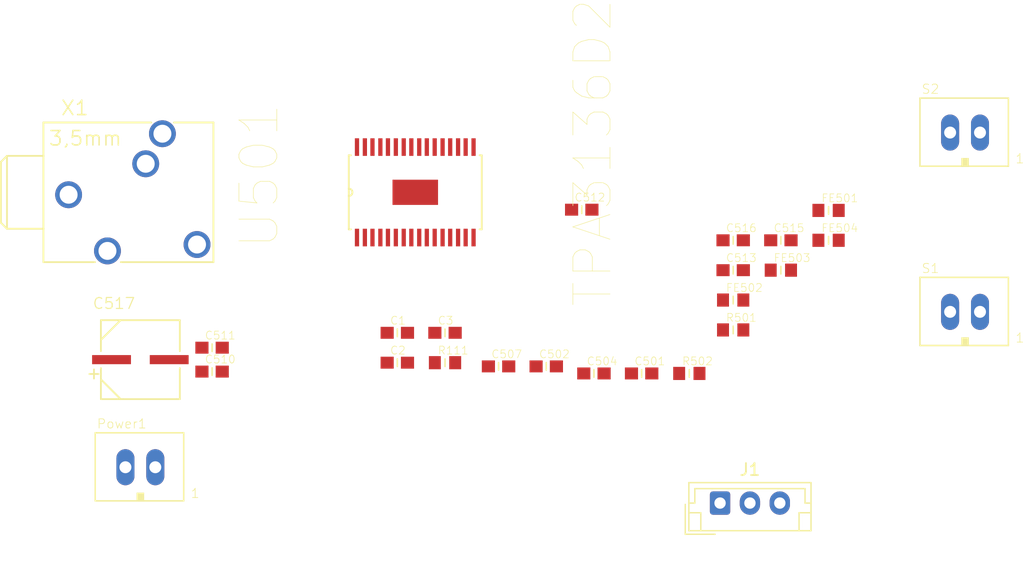
<source format=kicad_pcb>
(kicad_pcb (version 20171130) (host pcbnew "(6.0.0-rc1-dev-1027-g90233e5ec)")

  (general
    (thickness 1.6)
    (drawings 0)
    (tracks 0)
    (zones 0)
    (modules 27)
    (nets 23)
  )

  (page A4)
  (layers
    (0 F.Cu signal)
    (31 B.Cu signal)
    (32 B.Adhes user)
    (33 F.Adhes user)
    (34 B.Paste user)
    (35 F.Paste user)
    (36 B.SilkS user)
    (37 F.SilkS user)
    (38 B.Mask user)
    (39 F.Mask user)
    (40 Dwgs.User user)
    (41 Cmts.User user)
    (42 Eco1.User user)
    (43 Eco2.User user)
    (44 Edge.Cuts user)
    (45 Margin user)
    (46 B.CrtYd user)
    (47 F.CrtYd user)
    (48 B.Fab user)
    (49 F.Fab user)
  )

  (setup
    (last_trace_width 0.25)
    (trace_clearance 0.2)
    (zone_clearance 0.508)
    (zone_45_only no)
    (trace_min 0.2)
    (via_size 0.8)
    (via_drill 0.4)
    (via_min_size 0.4)
    (via_min_drill 0.3)
    (uvia_size 0.3)
    (uvia_drill 0.1)
    (uvias_allowed no)
    (uvia_min_size 0.2)
    (uvia_min_drill 0.1)
    (edge_width 0.1)
    (segment_width 0.2)
    (pcb_text_width 0.3)
    (pcb_text_size 1.5 1.5)
    (mod_edge_width 0.15)
    (mod_text_size 1 1)
    (mod_text_width 0.15)
    (pad_size 1.524 1.524)
    (pad_drill 0.762)
    (pad_to_mask_clearance 0)
    (solder_mask_min_width 0.25)
    (aux_axis_origin 0 0)
    (visible_elements 7FFFFFFF)
    (pcbplotparams
      (layerselection 0x010fc_ffffffff)
      (usegerberextensions false)
      (usegerberattributes false)
      (usegerberadvancedattributes false)
      (creategerberjobfile false)
      (excludeedgelayer true)
      (linewidth 0.100000)
      (plotframeref false)
      (viasonmask false)
      (mode 1)
      (useauxorigin false)
      (hpglpennumber 1)
      (hpglpenspeed 20)
      (hpglpendiameter 15.000000)
      (psnegative false)
      (psa4output false)
      (plotreference true)
      (plotvalue true)
      (plotinvisibletext false)
      (padsonsilk false)
      (subtractmaskfromsilk false)
      (outputformat 1)
      (mirror false)
      (drillshape 1)
      (scaleselection 1)
      (outputdirectory ""))
  )

  (net 0 "")
  (net 1 "Net-(C501-Pad2)")
  (net 2 /AUD_L)
  (net 3 "Net-(C502-Pad2)")
  (net 4 GND)
  (net 5 "Net-(C504-Pad2)")
  (net 6 /AUD_R)
  (net 7 /12V)
  (net 8 "Net-(C510-Pad2)")
  (net 9 "Net-(C510-Pad1)")
  (net 10 "Net-(C511-Pad2)")
  (net 11 "Net-(C511-Pad1)")
  (net 12 "Net-(C512-Pad2)")
  (net 13 "Net-(C512-Pad1)")
  (net 14 "Net-(C513-Pad2)")
  (net 15 "Net-(C513-Pad1)")
  (net 16 "Net-(FE501-Pad2)")
  (net 17 "Net-(FE502-Pad2)")
  (net 18 "Net-(FE503-Pad2)")
  (net 19 "Net-(FE504-Pad2)")
  (net 20 "Net-(J1-Pad2)")
  (net 21 "Net-(C1-Pad1)")
  (net 22 MUTE)

  (net_class Default "This is the default net class."
    (clearance 0.2)
    (trace_width 0.25)
    (via_dia 0.8)
    (via_drill 0.4)
    (uvia_dia 0.3)
    (uvia_drill 0.1)
    (add_net /12V)
    (add_net /AUD_L)
    (add_net /AUD_R)
    (add_net GND)
    (add_net MUTE)
    (add_net "Net-(C1-Pad1)")
    (add_net "Net-(C501-Pad2)")
    (add_net "Net-(C502-Pad2)")
    (add_net "Net-(C504-Pad2)")
    (add_net "Net-(C510-Pad1)")
    (add_net "Net-(C510-Pad2)")
    (add_net "Net-(C511-Pad1)")
    (add_net "Net-(C511-Pad2)")
    (add_net "Net-(C512-Pad1)")
    (add_net "Net-(C512-Pad2)")
    (add_net "Net-(C513-Pad1)")
    (add_net "Net-(C513-Pad2)")
    (add_net "Net-(FE501-Pad2)")
    (add_net "Net-(FE502-Pad2)")
    (add_net "Net-(FE503-Pad2)")
    (add_net "Net-(FE504-Pad2)")
    (add_net "Net-(J1-Pad2)")
  )

  (module amplifier:R0603 (layer F.Cu) (tedit 0) (tstamp 5C7DA455)
    (at 151.488401 94.254401)
    (descr <b>RESISTOR</b>)
    (path /5C83C1DF)
    (fp_text reference R111 (at -0.635 -0.635) (layer F.SilkS)
      (effects (font (size 0.665 0.665) (thickness 0.056)) (justify left bottom))
    )
    (fp_text value 100k (at -0.635 1.905) (layer F.Fab)
      (effects (font (size 0.665 0.665) (thickness 0.056)) (justify left bottom))
    )
    (fp_line (start 0 -0.3175) (end 0 0.3175) (layer F.SilkS) (width 0.127))
    (fp_poly (pts (xy -0.1999 0.4001) (xy 0.1999 0.4001) (xy 0.1999 -0.4001) (xy -0.1999 -0.4001)) (layer F.Adhes) (width 0))
    (fp_poly (pts (xy -0.8382 0.4318) (xy -0.4318 0.4318) (xy -0.4318 -0.4318) (xy -0.8382 -0.4318)) (layer F.Fab) (width 0))
    (fp_poly (pts (xy 0.4318 0.4318) (xy 0.8382 0.4318) (xy 0.8382 -0.4318) (xy 0.4318 -0.4318)) (layer F.Fab) (width 0))
    (fp_line (start -1.473 0.729) (end -1.473 -0.729) (layer Dwgs.User) (width 0.0508))
    (fp_line (start 1.473 0.729) (end -1.473 0.729) (layer Dwgs.User) (width 0.0508))
    (fp_line (start 1.473 -0.729) (end 1.473 0.729) (layer Dwgs.User) (width 0.0508))
    (fp_line (start -1.473 -0.729) (end 1.473 -0.729) (layer Dwgs.User) (width 0.0508))
    (fp_line (start 0.432 -0.356) (end -0.432 -0.356) (layer F.Fab) (width 0.1524))
    (fp_line (start -0.432 0.356) (end 0.432 0.356) (layer F.Fab) (width 0.1524))
    (pad 2 smd rect (at 0.85 0) (size 1 1.1) (layers F.Cu F.Paste F.Mask)
      (net 4 GND) (solder_mask_margin 0.1016))
    (pad 1 smd rect (at -0.85 0) (size 1 1.1) (layers F.Cu F.Paste F.Mask)
      (net 22 MUTE) (solder_mask_margin 0.1016))
  )

  (module amplifier:C0603 (layer F.Cu) (tedit 0) (tstamp 5C7DA213)
    (at 151.488401 91.754401)
    (descr <b>CAPACITOR</b>)
    (path /5C7FB23D)
    (fp_text reference C3 (at -0.635 -0.635) (layer F.SilkS)
      (effects (font (size 0.665 0.665) (thickness 0.056)) (justify left bottom))
    )
    (fp_text value 100n (at -0.635 1.905) (layer F.Fab)
      (effects (font (size 0.665 0.665) (thickness 0.056)) (justify left bottom))
    )
    (fp_line (start 0 -0.3175) (end 0 0.3175) (layer F.SilkS) (width 0.127))
    (fp_poly (pts (xy -0.1999 0.3) (xy 0.1999 0.3) (xy 0.1999 -0.3) (xy -0.1999 -0.3)) (layer F.Adhes) (width 0))
    (fp_poly (pts (xy 0.3302 0.4699) (xy 0.8303 0.4699) (xy 0.8303 -0.4801) (xy 0.3302 -0.4801)) (layer F.Fab) (width 0))
    (fp_poly (pts (xy -0.8382 0.4699) (xy -0.3381 0.4699) (xy -0.3381 -0.4801) (xy -0.8382 -0.4801)) (layer F.Fab) (width 0))
    (fp_line (start -0.356 0.419) (end 0.356 0.419) (layer F.Fab) (width 0.1016))
    (fp_line (start -0.356 -0.432) (end 0.356 -0.432) (layer F.Fab) (width 0.1016))
    (fp_line (start -1.473 0.729) (end -1.473 -0.729) (layer Dwgs.User) (width 0.0508))
    (fp_line (start 1.473 0.729) (end -1.473 0.729) (layer Dwgs.User) (width 0.0508))
    (fp_line (start 1.473 -0.729) (end 1.473 0.729) (layer Dwgs.User) (width 0.0508))
    (fp_line (start -1.473 -0.729) (end 1.473 -0.729) (layer Dwgs.User) (width 0.0508))
    (pad 2 smd rect (at 0.85 0) (size 1.1 1) (layers F.Cu F.Paste F.Mask)
      (net 4 GND) (solder_mask_margin 0.1016))
    (pad 1 smd rect (at -0.85 0) (size 1.1 1) (layers F.Cu F.Paste F.Mask)
      (net 7 /12V) (solder_mask_margin 0.1016))
  )

  (module amplifier:C0603 (layer F.Cu) (tedit 0) (tstamp 5C7DA203)
    (at 147.498401 94.254401)
    (descr <b>CAPACITOR</b>)
    (path /5C7FB607)
    (fp_text reference C2 (at -0.635 -0.635) (layer F.SilkS)
      (effects (font (size 0.665 0.665) (thickness 0.056)) (justify left bottom))
    )
    (fp_text value 1n (at -0.635 1.905) (layer F.Fab)
      (effects (font (size 0.665 0.665) (thickness 0.056)) (justify left bottom))
    )
    (fp_line (start 0 -0.3175) (end 0 0.3175) (layer F.SilkS) (width 0.127))
    (fp_poly (pts (xy -0.1999 0.3) (xy 0.1999 0.3) (xy 0.1999 -0.3) (xy -0.1999 -0.3)) (layer F.Adhes) (width 0))
    (fp_poly (pts (xy 0.3302 0.4699) (xy 0.8303 0.4699) (xy 0.8303 -0.4801) (xy 0.3302 -0.4801)) (layer F.Fab) (width 0))
    (fp_poly (pts (xy -0.8382 0.4699) (xy -0.3381 0.4699) (xy -0.3381 -0.4801) (xy -0.8382 -0.4801)) (layer F.Fab) (width 0))
    (fp_line (start -0.356 0.419) (end 0.356 0.419) (layer F.Fab) (width 0.1016))
    (fp_line (start -0.356 -0.432) (end 0.356 -0.432) (layer F.Fab) (width 0.1016))
    (fp_line (start -1.473 0.729) (end -1.473 -0.729) (layer Dwgs.User) (width 0.0508))
    (fp_line (start 1.473 0.729) (end -1.473 0.729) (layer Dwgs.User) (width 0.0508))
    (fp_line (start 1.473 -0.729) (end 1.473 0.729) (layer Dwgs.User) (width 0.0508))
    (fp_line (start -1.473 -0.729) (end 1.473 -0.729) (layer Dwgs.User) (width 0.0508))
    (pad 2 smd rect (at 0.85 0) (size 1.1 1) (layers F.Cu F.Paste F.Mask)
      (net 4 GND) (solder_mask_margin 0.1016))
    (pad 1 smd rect (at -0.85 0) (size 1.1 1) (layers F.Cu F.Paste F.Mask)
      (net 7 /12V) (solder_mask_margin 0.1016))
  )

  (module amplifier:C0603 (layer F.Cu) (tedit 0) (tstamp 5C7DA1F3)
    (at 147.498401 91.754401)
    (descr <b>CAPACITOR</b>)
    (path /5C82852D)
    (fp_text reference C1 (at -0.635 -0.635) (layer F.SilkS)
      (effects (font (size 0.665 0.665) (thickness 0.056)) (justify left bottom))
    )
    (fp_text value 1u (at -0.635 1.905) (layer F.Fab)
      (effects (font (size 0.665 0.665) (thickness 0.056)) (justify left bottom))
    )
    (fp_line (start 0 -0.3175) (end 0 0.3175) (layer F.SilkS) (width 0.127))
    (fp_poly (pts (xy -0.1999 0.3) (xy 0.1999 0.3) (xy 0.1999 -0.3) (xy -0.1999 -0.3)) (layer F.Adhes) (width 0))
    (fp_poly (pts (xy 0.3302 0.4699) (xy 0.8303 0.4699) (xy 0.8303 -0.4801) (xy 0.3302 -0.4801)) (layer F.Fab) (width 0))
    (fp_poly (pts (xy -0.8382 0.4699) (xy -0.3381 0.4699) (xy -0.3381 -0.4801) (xy -0.8382 -0.4801)) (layer F.Fab) (width 0))
    (fp_line (start -0.356 0.419) (end 0.356 0.419) (layer F.Fab) (width 0.1016))
    (fp_line (start -0.356 -0.432) (end 0.356 -0.432) (layer F.Fab) (width 0.1016))
    (fp_line (start -1.473 0.729) (end -1.473 -0.729) (layer Dwgs.User) (width 0.0508))
    (fp_line (start 1.473 0.729) (end -1.473 0.729) (layer Dwgs.User) (width 0.0508))
    (fp_line (start 1.473 -0.729) (end 1.473 0.729) (layer Dwgs.User) (width 0.0508))
    (fp_line (start -1.473 -0.729) (end 1.473 -0.729) (layer Dwgs.User) (width 0.0508))
    (pad 2 smd rect (at 0.85 0) (size 1.1 1) (layers F.Cu F.Paste F.Mask)
      (net 4 GND) (solder_mask_margin 0.1016))
    (pad 1 smd rect (at -0.85 0) (size 1.1 1) (layers F.Cu F.Paste F.Mask)
      (net 21 "Net-(C1-Pad1)") (solder_mask_margin 0.1016))
  )

  (module SOP65P810X120-33N:SOP65P810X120-33N (layer F.Cu) (tedit 0) (tstamp 5C7D8E58)
    (at 149 80 90)
    (path /6C189559)
    (attr smd)
    (fp_text reference U501 (at 1.37347 -13.0505 90) (layer F.SilkS)
      (effects (font (size 3.16772 3.16772) (thickness 0.05)))
    )
    (fp_text value TPA3136D2 (at 3.31702 14.8563 90) (layer F.SilkS)
      (effects (font (size 3.10426 3.10426) (thickness 0.05)))
    )
    (fp_arc (start 0 -5.5626) (end -0.3048 -5.5626) (angle -180) (layer Eco2.User) (width 0))
    (fp_line (start -3.0988 -5.5626) (end -3.0988 5.5626) (layer Eco2.User) (width 0))
    (fp_line (start -0.3048 -5.5626) (end -3.0988 -5.5626) (layer Eco2.User) (width 0))
    (fp_line (start 0.3048 -5.5626) (end -0.3048 -5.5626) (layer Eco2.User) (width 0))
    (fp_line (start 3.0988 -5.5626) (end 0.3048 -5.5626) (layer Eco2.User) (width 0))
    (fp_line (start 3.0988 5.5626) (end 3.0988 -5.5626) (layer Eco2.User) (width 0))
    (fp_line (start -3.0988 5.5626) (end 3.0988 5.5626) (layer Eco2.User) (width 0))
    (fp_line (start 4.1402 -5.0292) (end 3.0988 -5.0292) (layer Eco2.User) (width 0))
    (fp_line (start 4.1402 -4.7244) (end 4.1402 -5.0292) (layer Eco2.User) (width 0))
    (fp_line (start 3.0988 -4.7244) (end 4.1402 -4.7244) (layer Eco2.User) (width 0))
    (fp_line (start 3.0988 -5.0292) (end 3.0988 -4.7244) (layer Eco2.User) (width 0))
    (fp_line (start 4.1402 -4.3688) (end 3.0988 -4.3688) (layer Eco2.User) (width 0))
    (fp_line (start 4.1402 -4.064) (end 4.1402 -4.3688) (layer Eco2.User) (width 0))
    (fp_line (start 3.0988 -4.064) (end 4.1402 -4.064) (layer Eco2.User) (width 0))
    (fp_line (start 3.0988 -4.3688) (end 3.0988 -4.064) (layer Eco2.User) (width 0))
    (fp_line (start 4.1402 -3.7338) (end 3.0988 -3.7338) (layer Eco2.User) (width 0))
    (fp_line (start 4.1402 -3.429) (end 4.1402 -3.7338) (layer Eco2.User) (width 0))
    (fp_line (start 3.0988 -3.429) (end 4.1402 -3.429) (layer Eco2.User) (width 0))
    (fp_line (start 3.0988 -3.7338) (end 3.0988 -3.429) (layer Eco2.User) (width 0))
    (fp_line (start 4.1402 -3.0734) (end 3.0988 -3.0734) (layer Eco2.User) (width 0))
    (fp_line (start 4.1402 -2.7686) (end 4.1402 -3.0734) (layer Eco2.User) (width 0))
    (fp_line (start 3.0988 -2.7686) (end 4.1402 -2.7686) (layer Eco2.User) (width 0))
    (fp_line (start 3.0988 -3.0734) (end 3.0988 -2.7686) (layer Eco2.User) (width 0))
    (fp_line (start 4.1402 -2.413) (end 3.0988 -2.413) (layer Eco2.User) (width 0))
    (fp_line (start 4.1402 -2.1336) (end 4.1402 -2.413) (layer Eco2.User) (width 0))
    (fp_line (start 3.0988 -2.1336) (end 4.1402 -2.1336) (layer Eco2.User) (width 0))
    (fp_line (start 3.0988 -2.413) (end 3.0988 -2.1336) (layer Eco2.User) (width 0))
    (fp_line (start 4.1402 -1.778) (end 3.0988 -1.778) (layer Eco2.User) (width 0))
    (fp_line (start 4.1402 -1.4732) (end 4.1402 -1.778) (layer Eco2.User) (width 0))
    (fp_line (start 3.0988 -1.4732) (end 4.1402 -1.4732) (layer Eco2.User) (width 0))
    (fp_line (start 3.0988 -1.778) (end 3.0988 -1.4732) (layer Eco2.User) (width 0))
    (fp_line (start 4.1402 -1.1176) (end 3.0988 -1.1176) (layer Eco2.User) (width 0))
    (fp_line (start 4.1402 -0.8128) (end 4.1402 -1.1176) (layer Eco2.User) (width 0))
    (fp_line (start 3.0988 -0.8128) (end 4.1402 -0.8128) (layer Eco2.User) (width 0))
    (fp_line (start 3.0988 -1.1176) (end 3.0988 -0.8128) (layer Eco2.User) (width 0))
    (fp_line (start 4.1402 -0.4826) (end 3.0988 -0.4826) (layer Eco2.User) (width 0))
    (fp_line (start 4.1402 -0.1778) (end 4.1402 -0.4826) (layer Eco2.User) (width 0))
    (fp_line (start 3.0988 -0.1778) (end 4.1402 -0.1778) (layer Eco2.User) (width 0))
    (fp_line (start 3.0988 -0.4826) (end 3.0988 -0.1778) (layer Eco2.User) (width 0))
    (fp_line (start 4.1402 0.1778) (end 3.0988 0.1778) (layer Eco2.User) (width 0))
    (fp_line (start 4.1402 0.4826) (end 4.1402 0.1778) (layer Eco2.User) (width 0))
    (fp_line (start 3.0988 0.4826) (end 4.1402 0.4826) (layer Eco2.User) (width 0))
    (fp_line (start 3.0988 0.1778) (end 3.0988 0.4826) (layer Eco2.User) (width 0))
    (fp_line (start 4.1402 0.8128) (end 3.0988 0.8128) (layer Eco2.User) (width 0))
    (fp_line (start 4.1402 1.1176) (end 4.1402 0.8128) (layer Eco2.User) (width 0))
    (fp_line (start 3.0988 1.1176) (end 4.1402 1.1176) (layer Eco2.User) (width 0))
    (fp_line (start 3.0988 0.8128) (end 3.0988 1.1176) (layer Eco2.User) (width 0))
    (fp_line (start 4.1402 1.4732) (end 3.0988 1.4732) (layer Eco2.User) (width 0))
    (fp_line (start 4.1402 1.778) (end 4.1402 1.4732) (layer Eco2.User) (width 0))
    (fp_line (start 3.0988 1.778) (end 4.1402 1.778) (layer Eco2.User) (width 0))
    (fp_line (start 3.0988 1.4732) (end 3.0988 1.778) (layer Eco2.User) (width 0))
    (fp_line (start 4.1402 2.1336) (end 3.0988 2.1336) (layer Eco2.User) (width 0))
    (fp_line (start 4.1402 2.413) (end 4.1402 2.1336) (layer Eco2.User) (width 0))
    (fp_line (start 3.0988 2.413) (end 4.1402 2.413) (layer Eco2.User) (width 0))
    (fp_line (start 3.0988 2.1336) (end 3.0988 2.413) (layer Eco2.User) (width 0))
    (fp_line (start 4.1402 2.7686) (end 3.0988 2.7686) (layer Eco2.User) (width 0))
    (fp_line (start 4.1402 3.0734) (end 4.1402 2.7686) (layer Eco2.User) (width 0))
    (fp_line (start 3.0988 3.0734) (end 4.1402 3.0734) (layer Eco2.User) (width 0))
    (fp_line (start 3.0988 2.7686) (end 3.0988 3.0734) (layer Eco2.User) (width 0))
    (fp_line (start 4.1402 3.429) (end 3.0988 3.429) (layer Eco2.User) (width 0))
    (fp_line (start 4.1402 3.7338) (end 4.1402 3.429) (layer Eco2.User) (width 0))
    (fp_line (start 3.0988 3.7338) (end 4.1402 3.7338) (layer Eco2.User) (width 0))
    (fp_line (start 3.0988 3.429) (end 3.0988 3.7338) (layer Eco2.User) (width 0))
    (fp_line (start 4.1402 4.064) (end 3.0988 4.064) (layer Eco2.User) (width 0))
    (fp_line (start 4.1402 4.3688) (end 4.1402 4.064) (layer Eco2.User) (width 0))
    (fp_line (start 3.0988 4.3688) (end 4.1402 4.3688) (layer Eco2.User) (width 0))
    (fp_line (start 3.0988 4.064) (end 3.0988 4.3688) (layer Eco2.User) (width 0))
    (fp_line (start 4.1402 4.7244) (end 3.0988 4.7244) (layer Eco2.User) (width 0))
    (fp_line (start 4.1402 5.0292) (end 4.1402 4.7244) (layer Eco2.User) (width 0))
    (fp_line (start 3.0988 5.0292) (end 4.1402 5.0292) (layer Eco2.User) (width 0))
    (fp_line (start 3.0988 4.7244) (end 3.0988 5.0292) (layer Eco2.User) (width 0))
    (fp_line (start -4.1402 5.0292) (end -3.0988 5.0292) (layer Eco2.User) (width 0))
    (fp_line (start -4.1402 4.7244) (end -4.1402 5.0292) (layer Eco2.User) (width 0))
    (fp_line (start -3.0988 4.7244) (end -4.1402 4.7244) (layer Eco2.User) (width 0))
    (fp_line (start -3.0988 5.0292) (end -3.0988 4.7244) (layer Eco2.User) (width 0))
    (fp_line (start -4.1402 4.3688) (end -3.0988 4.3688) (layer Eco2.User) (width 0))
    (fp_line (start -4.1402 4.064) (end -4.1402 4.3688) (layer Eco2.User) (width 0))
    (fp_line (start -3.0988 4.064) (end -4.1402 4.064) (layer Eco2.User) (width 0))
    (fp_line (start -3.0988 4.3688) (end -3.0988 4.064) (layer Eco2.User) (width 0))
    (fp_line (start -4.1402 3.7338) (end -3.0988 3.7338) (layer Eco2.User) (width 0))
    (fp_line (start -4.1402 3.429) (end -4.1402 3.7338) (layer Eco2.User) (width 0))
    (fp_line (start -3.0988 3.429) (end -4.1402 3.429) (layer Eco2.User) (width 0))
    (fp_line (start -3.0988 3.7338) (end -3.0988 3.429) (layer Eco2.User) (width 0))
    (fp_line (start -4.1402 3.0734) (end -3.0988 3.0734) (layer Eco2.User) (width 0))
    (fp_line (start -4.1402 2.7686) (end -4.1402 3.0734) (layer Eco2.User) (width 0))
    (fp_line (start -3.0988 2.7686) (end -4.1402 2.7686) (layer Eco2.User) (width 0))
    (fp_line (start -3.0988 3.0734) (end -3.0988 2.7686) (layer Eco2.User) (width 0))
    (fp_line (start -4.1402 2.413) (end -3.0988 2.413) (layer Eco2.User) (width 0))
    (fp_line (start -4.1402 2.1336) (end -4.1402 2.413) (layer Eco2.User) (width 0))
    (fp_line (start -3.0988 2.1336) (end -4.1402 2.1336) (layer Eco2.User) (width 0))
    (fp_line (start -3.0988 2.413) (end -3.0988 2.1336) (layer Eco2.User) (width 0))
    (fp_line (start -4.1402 1.778) (end -3.0988 1.778) (layer Eco2.User) (width 0))
    (fp_line (start -4.1402 1.4732) (end -4.1402 1.778) (layer Eco2.User) (width 0))
    (fp_line (start -3.0988 1.4732) (end -4.1402 1.4732) (layer Eco2.User) (width 0))
    (fp_line (start -3.0988 1.778) (end -3.0988 1.4732) (layer Eco2.User) (width 0))
    (fp_line (start -4.1402 1.1176) (end -3.0988 1.1176) (layer Eco2.User) (width 0))
    (fp_line (start -4.1402 0.8128) (end -4.1402 1.1176) (layer Eco2.User) (width 0))
    (fp_line (start -3.0988 0.8128) (end -4.1402 0.8128) (layer Eco2.User) (width 0))
    (fp_line (start -3.0988 1.1176) (end -3.0988 0.8128) (layer Eco2.User) (width 0))
    (fp_line (start -4.1402 0.4826) (end -3.0988 0.4826) (layer Eco2.User) (width 0))
    (fp_line (start -4.1402 0.1778) (end -4.1402 0.4826) (layer Eco2.User) (width 0))
    (fp_line (start -3.0988 0.1778) (end -4.1402 0.1778) (layer Eco2.User) (width 0))
    (fp_line (start -3.0988 0.4826) (end -3.0988 0.1778) (layer Eco2.User) (width 0))
    (fp_line (start -4.1402 -0.1778) (end -3.0988 -0.1778) (layer Eco2.User) (width 0))
    (fp_line (start -4.1402 -0.4826) (end -4.1402 -0.1778) (layer Eco2.User) (width 0))
    (fp_line (start -3.0988 -0.4826) (end -4.1402 -0.4826) (layer Eco2.User) (width 0))
    (fp_line (start -3.0988 -0.1778) (end -3.0988 -0.4826) (layer Eco2.User) (width 0))
    (fp_line (start -4.1402 -0.8128) (end -3.0988 -0.8128) (layer Eco2.User) (width 0))
    (fp_line (start -4.1402 -1.1176) (end -4.1402 -0.8128) (layer Eco2.User) (width 0))
    (fp_line (start -3.0988 -1.1176) (end -4.1402 -1.1176) (layer Eco2.User) (width 0))
    (fp_line (start -3.0988 -0.8128) (end -3.0988 -1.1176) (layer Eco2.User) (width 0))
    (fp_line (start -4.1402 -1.4732) (end -3.0988 -1.4732) (layer Eco2.User) (width 0))
    (fp_line (start -4.1402 -1.778) (end -4.1402 -1.4732) (layer Eco2.User) (width 0))
    (fp_line (start -3.0988 -1.778) (end -4.1402 -1.778) (layer Eco2.User) (width 0))
    (fp_line (start -3.0988 -1.4732) (end -3.0988 -1.778) (layer Eco2.User) (width 0))
    (fp_line (start -4.1402 -2.1336) (end -3.0988 -2.1336) (layer Eco2.User) (width 0))
    (fp_line (start -4.1402 -2.413) (end -4.1402 -2.1336) (layer Eco2.User) (width 0))
    (fp_line (start -3.0988 -2.413) (end -4.1402 -2.413) (layer Eco2.User) (width 0))
    (fp_line (start -3.0988 -2.1336) (end -3.0988 -2.413) (layer Eco2.User) (width 0))
    (fp_line (start -4.1402 -2.7686) (end -3.0988 -2.7686) (layer Eco2.User) (width 0))
    (fp_line (start -4.1402 -3.0734) (end -4.1402 -2.7686) (layer Eco2.User) (width 0))
    (fp_line (start -3.0988 -3.0734) (end -4.1402 -3.0734) (layer Eco2.User) (width 0))
    (fp_line (start -3.0988 -2.7686) (end -3.0988 -3.0734) (layer Eco2.User) (width 0))
    (fp_line (start -4.1402 -3.429) (end -3.0988 -3.429) (layer Eco2.User) (width 0))
    (fp_line (start -4.1402 -3.7338) (end -4.1402 -3.429) (layer Eco2.User) (width 0))
    (fp_line (start -3.0988 -3.7338) (end -4.1402 -3.7338) (layer Eco2.User) (width 0))
    (fp_line (start -3.0988 -3.429) (end -3.0988 -3.7338) (layer Eco2.User) (width 0))
    (fp_line (start -4.1402 -4.064) (end -3.0988 -4.064) (layer Eco2.User) (width 0))
    (fp_line (start -4.1402 -4.3688) (end -4.1402 -4.064) (layer Eco2.User) (width 0))
    (fp_line (start -3.0988 -4.3688) (end -4.1402 -4.3688) (layer Eco2.User) (width 0))
    (fp_line (start -3.0988 -4.064) (end -3.0988 -4.3688) (layer Eco2.User) (width 0))
    (fp_line (start -4.1402 -4.7244) (end -3.0988 -4.7244) (layer Eco2.User) (width 0))
    (fp_line (start -4.1402 -5.0292) (end -4.1402 -4.7244) (layer Eco2.User) (width 0))
    (fp_line (start -3.0988 -5.0292) (end -4.1402 -5.0292) (layer Eco2.User) (width 0))
    (fp_line (start -3.0988 -4.7244) (end -3.0988 -5.0292) (layer Eco2.User) (width 0))
    (fp_arc (start 0 -5.5626) (end -0.3048 -5.5626) (angle -180) (layer F.SilkS) (width 0.1524))
    (fp_line (start -3.0988 -5.5626) (end -3.0988 -5.3848) (layer F.SilkS) (width 0.1524))
    (fp_line (start -0.3048 -5.5626) (end -3.0988 -5.5626) (layer F.SilkS) (width 0.1524))
    (fp_line (start 0.3048 -5.5626) (end -0.3048 -5.5626) (layer F.SilkS) (width 0.1524))
    (fp_line (start 3.0988 -5.5626) (end 0.3048 -5.5626) (layer F.SilkS) (width 0.1524))
    (fp_line (start 3.0988 5.5626) (end 3.0988 5.3848) (layer F.SilkS) (width 0.1524))
    (fp_line (start -3.0988 5.5626) (end 3.0988 5.5626) (layer F.SilkS) (width 0.1524))
    (fp_line (start -3.0988 5.3848) (end -3.0988 5.5626) (layer F.SilkS) (width 0.1524))
    (fp_line (start 3.0988 -5.3848) (end 3.0988 -5.5626) (layer F.SilkS) (width 0.1524))
    (pad 33 smd rect (at 0 0 90) (size 2.1082 3.81) (layers F.Cu F.Paste F.Mask)
      (net 4 GND))
    (pad 32 smd rect (at 3.7846 -4.8768 90) (size 1.4732 0.3556) (layers F.Cu F.Paste F.Mask)
      (net 7 /12V))
    (pad 31 smd rect (at 3.7846 -4.2164 90) (size 1.4732 0.3556) (layers F.Cu F.Paste F.Mask)
      (net 7 /12V))
    (pad 30 smd rect (at 3.7846 -3.5814 90) (size 1.4732 0.3556) (layers F.Cu F.Paste F.Mask)
      (net 15 "Net-(C513-Pad1)"))
    (pad 29 smd rect (at 3.7846 -2.921 90) (size 1.4732 0.3556) (layers F.Cu F.Paste F.Mask)
      (net 14 "Net-(C513-Pad2)"))
    (pad 28 smd rect (at 3.7846 -2.286 90) (size 1.4732 0.3556) (layers F.Cu F.Paste F.Mask)
      (net 4 GND))
    (pad 27 smd rect (at 3.7846 -1.6256 90) (size 1.4732 0.3556) (layers F.Cu F.Paste F.Mask)
      (net 12 "Net-(C512-Pad2)"))
    (pad 26 smd rect (at 3.7846 -0.9652 90) (size 1.4732 0.3556) (layers F.Cu F.Paste F.Mask)
      (net 13 "Net-(C512-Pad1)"))
    (pad 25 smd rect (at 3.7846 -0.3302 90) (size 1.4732 0.3556) (layers F.Cu F.Paste F.Mask)
      (net 4 GND))
    (pad 24 smd rect (at 3.7846 0.3302 90) (size 1.4732 0.3556) (layers F.Cu F.Paste F.Mask)
      (net 9 "Net-(C510-Pad1)"))
    (pad 23 smd rect (at 3.7846 0.9652 90) (size 1.4732 0.3556) (layers F.Cu F.Paste F.Mask)
      (net 8 "Net-(C510-Pad2)"))
    (pad 22 smd rect (at 3.7846 1.6256 90) (size 1.4732 0.3556) (layers F.Cu F.Paste F.Mask)
      (net 4 GND))
    (pad 21 smd rect (at 3.7846 2.286 90) (size 1.4732 0.3556) (layers F.Cu F.Paste F.Mask)
      (net 10 "Net-(C511-Pad2)"))
    (pad 20 smd rect (at 3.7846 2.921 90) (size 1.4732 0.3556) (layers F.Cu F.Paste F.Mask)
      (net 11 "Net-(C511-Pad1)"))
    (pad 19 smd rect (at 3.7846 3.5814 90) (size 1.4732 0.3556) (layers F.Cu F.Paste F.Mask)
      (net 7 /12V))
    (pad 18 smd rect (at 3.7846 4.2164 90) (size 1.4732 0.3556) (layers F.Cu F.Paste F.Mask)
      (net 7 /12V))
    (pad 17 smd rect (at 3.7846 4.8768 90) (size 1.4732 0.3556) (layers F.Cu F.Paste F.Mask)
      (net 7 /12V))
    (pad 16 smd rect (at -3.7846 4.8768 90) (size 1.4732 0.3556) (layers F.Cu F.Paste F.Mask))
    (pad 15 smd rect (at -3.7846 4.2164 90) (size 1.4732 0.3556) (layers F.Cu F.Paste F.Mask)
      (net 4 GND))
    (pad 14 smd rect (at -3.7846 3.5814 90) (size 1.4732 0.3556) (layers F.Cu F.Paste F.Mask)
      (net 4 GND))
    (pad 13 smd rect (at -3.7846 2.921 90) (size 1.4732 0.3556) (layers F.Cu F.Paste F.Mask)
      (net 4 GND))
    (pad 12 smd rect (at -3.7846 2.286 90) (size 1.4732 0.3556) (layers F.Cu F.Paste F.Mask))
    (pad 11 smd rect (at -3.7846 1.6256 90) (size 1.4732 0.3556) (layers F.Cu F.Paste F.Mask)
      (net 3 "Net-(C502-Pad2)"))
    (pad 10 smd rect (at -3.7846 0.9652 90) (size 1.4732 0.3556) (layers F.Cu F.Paste F.Mask)
      (net 1 "Net-(C501-Pad2)"))
    (pad 9 smd rect (at -3.7846 0.3302 90) (size 1.4732 0.3556) (layers F.Cu F.Paste F.Mask)
      (net 4 GND))
    (pad 8 smd rect (at -3.7846 -0.3302 90) (size 1.4732 0.3556) (layers F.Cu F.Paste F.Mask)
      (net 20 "Net-(J1-Pad2)"))
    (pad 7 smd rect (at -3.7846 -0.9652 90) (size 1.4732 0.3556) (layers F.Cu F.Paste F.Mask)
      (net 21 "Net-(C1-Pad1)"))
    (pad 6 smd rect (at -3.7846 -1.6256 90) (size 1.4732 0.3556) (layers F.Cu F.Paste F.Mask)
      (net 21 "Net-(C1-Pad1)"))
    (pad 5 smd rect (at -3.7846 -2.286 90) (size 1.4732 0.3556) (layers F.Cu F.Paste F.Mask)
      (net 3 "Net-(C502-Pad2)"))
    (pad 4 smd rect (at -3.7846 -2.921 90) (size 1.4732 0.3556) (layers F.Cu F.Paste F.Mask)
      (net 5 "Net-(C504-Pad2)"))
    (pad 3 smd rect (at -3.7846 -3.5814 90) (size 1.4732 0.3556) (layers F.Cu F.Paste F.Mask))
    (pad 2 smd rect (at -3.7846 -4.2164 90) (size 1.4732 0.3556) (layers F.Cu F.Paste F.Mask))
    (pad 1 smd rect (at -3.7846 -4.8768 90) (size 1.4732 0.3556) (layers F.Cu F.Paste F.Mask)
      (net 4 GND))
  )

  (module amplifier:JST-XH-2 (layer F.Cu) (tedit 0) (tstamp 5C7D7E5A)
    (at 126 103)
    (descr "3-pin JST PH Shrouded Header <br>\n2.0mm pitch <br>\nP/N B3B-PH-K-S.  Mating plug PHR-3 <br>")
    (path /5C7C30EA)
    (fp_text reference Power1 (at -3.675 -3.1825) (layer F.SilkS)
      (effects (font (size 0.77216 0.77216) (thickness 0.065024)) (justify left bottom))
    )
    (fp_text value CONNECTOR-2JST-XH-2 (at 0 0) (layer F.SilkS) hide
      (effects (font (size 1.27 1.27) (thickness 0.15)))
    )
    (fp_poly (pts (xy -0.3175 2.760468) (xy 0.3175 2.760468) (xy 0.3175 2.125468) (xy -0.3175 2.125468)) (layer F.SilkS) (width 0))
    (fp_text user 1 (at 4.175 2.635) (layer F.SilkS)
      (effects (font (size 0.77216 0.77216) (thickness 0.065024)) (justify left bottom))
    )
    (fp_line (start -3.775 2.8175) (end -3.775 -2.8825) (layer F.SilkS) (width 0.127))
    (fp_line (start 3.625 2.8175) (end -3.775 2.8175) (layer F.SilkS) (width 0.127))
    (fp_line (start 3.625 -2.8825) (end 3.625 2.8175) (layer F.SilkS) (width 0.127))
    (fp_line (start -3.775 -2.8825) (end 3.625 -2.8825) (layer F.SilkS) (width 0.127))
    (pad P1 thru_hole oval (at 1.249 0.0015 90) (size 3.016 1.508) (drill 1) (layers *.Cu *.Mask)
      (net 4 GND) (solder_mask_margin 0.1016))
    (pad P2 thru_hole oval (at -1.251 0.0015 90) (size 3.016 1.508) (drill 1) (layers *.Cu *.Mask)
      (net 7 /12V) (solder_mask_margin 0.1016))
  )

  (module amplifier:PG203J (layer F.Cu) (tedit 0) (tstamp 5C7BECC9)
    (at 125 80)
    (descr "<b>MIC/HEADPHONE JACK</b><p>\nKS-S stereo microphone/headphone jack<p>\n PG203JN (Schukat)")
    (path /8679BB61)
    (fp_text reference X1 (at -5.715 -6.35) (layer F.SilkS)
      (effects (font (size 1.2065 1.2065) (thickness 0.127)) (justify left bottom))
    )
    (fp_text value PG203J (at -6.35 7.62) (layer F.Fab)
      (effects (font (size 1.2065 1.2065) (thickness 0.127)) (justify left bottom))
    )
    (fp_text user 5 (at -0.127 4.699) (layer F.Fab)
      (effects (font (size 1.2065 1.2065) (thickness 0.127)) (justify left bottom))
    )
    (fp_text user 4 (at 5.461 2.794) (layer F.Fab)
      (effects (font (size 1.2065 1.2065) (thickness 0.127)) (justify left bottom))
    )
    (fp_text user 3 (at 2.794 -1.27) (layer F.Fab)
      (effects (font (size 1.2065 1.2065) (thickness 0.127)) (justify left bottom))
    )
    (fp_text user 2 (at 4.191 -3.81) (layer F.Fab)
      (effects (font (size 1.2065 1.2065) (thickness 0.127)) (justify left bottom))
    )
    (fp_text user 1 (at -6.35 1.27) (layer F.Fab)
      (effects (font (size 1.2065 1.2065) (thickness 0.127)) (justify left bottom))
    )
    (fp_text user 3,5mm (at -6.731 -3.81) (layer F.SilkS)
      (effects (font (size 1.2065 1.2065) (thickness 0.127)) (justify left bottom))
    )
    (fp_circle (center -0.254 -2.032) (end -0.127 -2.032) (layer F.Fab) (width 0.1524))
    (fp_circle (center 2.667 2.159) (end 2.794 2.159) (layer F.Fab) (width 0.1524))
    (fp_line (start -0.381 0.889) (end -1.016 0.889) (layer F.Fab) (width 0.1524))
    (fp_line (start -1.651 -0.889) (end -1.016 -0.889) (layer F.Fab) (width 0.1524))
    (fp_line (start -2.286 0.889) (end -3.048 0.889) (layer F.Fab) (width 0.1524))
    (fp_line (start -3.048 -0.889) (end -2.286 -0.889) (layer F.Fab) (width 0.1524))
    (fp_line (start -2.286 -0.889) (end -1.651 -0.889) (layer F.Fab) (width 0.1524))
    (fp_line (start -2.286 -0.889) (end -2.286 0.889) (layer F.Fab) (width 0.1524))
    (fp_line (start -1.016 0.889) (end -2.286 0.889) (layer F.Fab) (width 0.1524))
    (fp_line (start -1.016 -0.889) (end 0.127 -0.889) (layer F.Fab) (width 0.1524))
    (fp_line (start -1.016 -0.889) (end -1.016 0.889) (layer F.Fab) (width 0.1524))
    (fp_line (start -3.048 0.889) (end -3.048 1.651) (layer F.Fab) (width 0.1524))
    (fp_line (start -3.048 -0.889) (end -3.048 0.889) (layer F.Fab) (width 0.1524))
    (fp_line (start -3.048 -1.651) (end -3.048 -0.889) (layer F.Fab) (width 0.1524))
    (fp_line (start 0.127 0.889) (end -0.381 0.889) (layer F.Fab) (width 0.1524))
    (fp_line (start 0.127 0.889) (end 0.889 0.508) (layer F.Fab) (width 0.1524))
    (fp_line (start 0.889 -0.508) (end 0.889 0.508) (layer F.Fab) (width 0.1524))
    (fp_line (start 0.889 -0.508) (end 0.127 -0.889) (layer F.Fab) (width 0.1524))
    (fp_line (start 0.889 1.905) (end 0.635 1.905) (layer F.Fab) (width 0.1524))
    (fp_line (start 0.762 2.032) (end 0.889 1.905) (layer F.Fab) (width 0.1524))
    (fp_line (start 0.762 2.032) (end 0.762 1.651) (layer F.Fab) (width 0.1524))
    (fp_line (start 0.635 1.905) (end 0.762 2.032) (layer F.Fab) (width 0.1524))
    (fp_line (start 5.08 1.651) (end 5.08 2.921) (layer F.Fab) (width 0.1524))
    (fp_line (start 0.762 1.651) (end 5.08 1.651) (layer F.Fab) (width 0.1524))
    (fp_line (start 0.762 2.159) (end 2.667 2.159) (layer F.Fab) (width 0.1524))
    (fp_line (start 0.762 2.159) (end 0.762 2.032) (layer F.Fab) (width 0.1524))
    (fp_line (start 2.667 5.08) (end -0.254 5.08) (layer F.Fab) (width 0.1524))
    (fp_line (start 2.667 2.159) (end 2.667 5.08) (layer F.Fab) (width 0.1524))
    (fp_line (start 0.127 2.159) (end 0.762 2.159) (layer F.Fab) (width 0.1524))
    (fp_line (start 0.127 2.159) (end -0.381 0.889) (layer F.Fab) (width 0.1524))
    (fp_line (start -0.635 1.524) (end -0.381 0.889) (layer F.Fab) (width 0.1524))
    (fp_line (start -0.635 -1.778) (end -0.762 -1.905) (layer F.Fab) (width 0.1524))
    (fp_line (start -0.889 -1.778) (end -0.635 -1.778) (layer F.Fab) (width 0.1524))
    (fp_line (start -0.762 -1.905) (end -0.762 -1.524) (layer F.Fab) (width 0.1524))
    (fp_line (start -0.889 -1.778) (end -0.762 -1.905) (layer F.Fab) (width 0.1524))
    (fp_line (start -0.762 -2.032) (end -0.762 -1.905) (layer F.Fab) (width 0.1524))
    (fp_line (start -0.762 -1.524) (end 0.508 -1.524) (layer F.Fab) (width 0.1524))
    (fp_line (start -0.762 -2.032) (end -0.254 -2.032) (layer F.Fab) (width 0.1524))
    (fp_line (start -1.27 -2.032) (end -0.762 -2.032) (layer F.Fab) (width 0.1524))
    (fp_line (start -0.254 -4.953) (end 1.524 -4.953) (layer F.Fab) (width 0.1524))
    (fp_line (start -0.254 -2.032) (end -0.254 -4.953) (layer F.Fab) (width 0.1524))
    (fp_line (start -1.651 -0.889) (end -1.27 -2.032) (layer F.Fab) (width 0.1524))
    (fp_line (start -1.905 -1.397) (end -1.651 -0.889) (layer F.Fab) (width 0.1524))
    (fp_line (start -6.731 1.651) (end -6.731 -1.651) (layer F.Fab) (width 0.1524))
    (fp_line (start -3.048 -1.651) (end -6.731 -1.651) (layer F.Fab) (width 0.1524))
    (fp_line (start -6.731 1.651) (end -3.048 1.651) (layer F.Fab) (width 0.1524))
    (fp_line (start 1.905 -5.842) (end -7.112 -5.842) (layer F.SilkS) (width 0.1524))
    (fp_line (start 3.81 -5.842) (end 1.905 -5.842) (layer F.Fab) (width 0.1524))
    (fp_line (start 7.112 -5.842) (end 3.81 -5.842) (layer F.SilkS) (width 0.1524))
    (fp_line (start -0.635 5.842) (end 7.112 5.842) (layer F.SilkS) (width 0.1524))
    (fp_line (start -2.794 5.842) (end -0.635 5.842) (layer F.Fab) (width 0.1524))
    (fp_line (start -7.112 5.842) (end -2.794 5.842) (layer F.SilkS) (width 0.1524))
    (fp_line (start -10.16 3.048) (end -10.16 -3.048) (layer F.SilkS) (width 0.1524))
    (fp_line (start -10.668 2.54) (end -10.668 -2.54) (layer F.SilkS) (width 0.1524))
    (fp_line (start -10.16 3.048) (end -10.668 2.54) (layer F.SilkS) (width 0.1524))
    (fp_line (start -10.16 -3.048) (end -10.668 -2.54) (layer F.SilkS) (width 0.1524))
    (fp_line (start -7.112 -3.048) (end -7.112 -5.842) (layer F.SilkS) (width 0.1524))
    (fp_line (start -7.112 3.048) (end -7.112 -3.048) (layer F.SilkS) (width 0.1524))
    (fp_line (start -10.16 3.048) (end -7.112 3.048) (layer F.SilkS) (width 0.1524))
    (fp_line (start -7.112 -3.048) (end -10.16 -3.048) (layer F.SilkS) (width 0.1524))
    (fp_line (start 7.112 -5.842) (end 7.112 5.842) (layer F.SilkS) (width 0.1524))
    (fp_line (start -7.112 5.842) (end -7.112 3.048) (layer F.SilkS) (width 0.1524))
    (pad 2 thru_hole circle (at 2.8448 -4.9022) (size 2.2479 2.2479) (drill 1.4986) (layers *.Cu *.Mask)
      (net 2 /AUD_L) (solder_mask_margin 0.1016))
    (pad 3 thru_hole circle (at 1.4478 -2.3876) (size 2.2479 2.2479) (drill 1.4986) (layers *.Cu *.Mask)
      (solder_mask_margin 0.1016))
    (pad 1 thru_hole circle (at -5.0038 0.2032) (size 2.2479 2.2479) (drill 1.4986) (layers *.Cu *.Mask)
      (net 4 GND) (solder_mask_margin 0.1016))
    (pad 5 thru_hole circle (at -1.7526 4.9022) (size 2.2479 2.2479) (drill 1.4986) (layers *.Cu *.Mask)
      (net 6 /AUD_R) (solder_mask_margin 0.1016))
    (pad 4 thru_hole circle (at 5.7404 4.3688) (size 2.2479 2.2479) (drill 1.4986) (layers *.Cu *.Mask)
      (solder_mask_margin 0.1016))
  )

  (module amplifier:R0603 (layer F.Cu) (tedit 0) (tstamp 5C7BEC34)
    (at 171.928401 95.154401)
    (descr <b>RESISTOR</b>)
    (path /F2785AE8)
    (fp_text reference R502 (at -0.635 -0.635) (layer F.SilkS)
      (effects (font (size 0.665 0.665) (thickness 0.056)) (justify left bottom))
    )
    (fp_text value 20k (at -0.635 1.905) (layer F.Fab)
      (effects (font (size 0.665 0.665) (thickness 0.056)) (justify left bottom))
    )
    (fp_line (start 0 -0.3175) (end 0 0.3175) (layer F.SilkS) (width 0.127))
    (fp_poly (pts (xy -0.1999 0.4001) (xy 0.1999 0.4001) (xy 0.1999 -0.4001) (xy -0.1999 -0.4001)) (layer F.Adhes) (width 0))
    (fp_poly (pts (xy -0.8382 0.4318) (xy -0.4318 0.4318) (xy -0.4318 -0.4318) (xy -0.8382 -0.4318)) (layer F.Fab) (width 0))
    (fp_poly (pts (xy 0.4318 0.4318) (xy 0.8382 0.4318) (xy 0.8382 -0.4318) (xy 0.4318 -0.4318)) (layer F.Fab) (width 0))
    (fp_line (start -1.473 0.729) (end -1.473 -0.729) (layer Dwgs.User) (width 0.0508))
    (fp_line (start 1.473 0.729) (end -1.473 0.729) (layer Dwgs.User) (width 0.0508))
    (fp_line (start 1.473 -0.729) (end 1.473 0.729) (layer Dwgs.User) (width 0.0508))
    (fp_line (start -1.473 -0.729) (end 1.473 -0.729) (layer Dwgs.User) (width 0.0508))
    (fp_line (start 0.432 -0.356) (end -0.432 -0.356) (layer F.Fab) (width 0.1524))
    (fp_line (start -0.432 0.356) (end 0.432 0.356) (layer F.Fab) (width 0.1524))
    (pad 2 smd rect (at 0.85 0) (size 1 1.1) (layers F.Cu F.Paste F.Mask)
      (net 4 GND) (solder_mask_margin 0.1016))
    (pad 1 smd rect (at -0.85 0) (size 1 1.1) (layers F.Cu F.Paste F.Mask)
      (net 20 "Net-(J1-Pad2)") (solder_mask_margin 0.1016))
  )

  (module amplifier:R0603 (layer F.Cu) (tedit 0) (tstamp 5C7BEC24)
    (at 175.598401 91.514401)
    (descr <b>RESISTOR</b>)
    (path /A7A98F62)
    (fp_text reference R501 (at -0.635 -0.635) (layer F.SilkS)
      (effects (font (size 0.665 0.665) (thickness 0.056)) (justify left bottom))
    )
    (fp_text value 100k (at -0.635 1.905) (layer F.Fab)
      (effects (font (size 0.665 0.665) (thickness 0.056)) (justify left bottom))
    )
    (fp_line (start 0 -0.3175) (end 0 0.3175) (layer F.SilkS) (width 0.127))
    (fp_poly (pts (xy -0.1999 0.4001) (xy 0.1999 0.4001) (xy 0.1999 -0.4001) (xy -0.1999 -0.4001)) (layer F.Adhes) (width 0))
    (fp_poly (pts (xy -0.8382 0.4318) (xy -0.4318 0.4318) (xy -0.4318 -0.4318) (xy -0.8382 -0.4318)) (layer F.Fab) (width 0))
    (fp_poly (pts (xy 0.4318 0.4318) (xy 0.8382 0.4318) (xy 0.8382 -0.4318) (xy 0.4318 -0.4318)) (layer F.Fab) (width 0))
    (fp_line (start -1.473 0.729) (end -1.473 -0.729) (layer Dwgs.User) (width 0.0508))
    (fp_line (start 1.473 0.729) (end -1.473 0.729) (layer Dwgs.User) (width 0.0508))
    (fp_line (start 1.473 -0.729) (end 1.473 0.729) (layer Dwgs.User) (width 0.0508))
    (fp_line (start -1.473 -0.729) (end 1.473 -0.729) (layer Dwgs.User) (width 0.0508))
    (fp_line (start 0.432 -0.356) (end -0.432 -0.356) (layer F.Fab) (width 0.1524))
    (fp_line (start -0.432 0.356) (end 0.432 0.356) (layer F.Fab) (width 0.1524))
    (pad 2 smd rect (at 0.85 0) (size 1 1.1) (layers F.Cu F.Paste F.Mask)
      (net 21 "Net-(C1-Pad1)") (solder_mask_margin 0.1016))
    (pad 1 smd rect (at -0.85 0) (size 1 1.1) (layers F.Cu F.Paste F.Mask)
      (net 20 "Net-(J1-Pad2)") (solder_mask_margin 0.1016))
  )

  (module amplifier:JST-XH-2 (layer F.Cu) (tedit 0) (tstamp 5C7BEC14)
    (at 195 75)
    (descr "3-pin JST PH Shrouded Header <br>\n2.0mm pitch <br>\nP/N B3B-PH-K-S.  Mating plug PHR-3 <br>")
    (path /71D84F61)
    (fp_text reference S2 (at -3.675 -3.1825) (layer F.SilkS)
      (effects (font (size 0.77216 0.77216) (thickness 0.065024)) (justify left bottom))
    )
    (fp_text value CONNECTOR-2JST-XH-2 (at 0 0) (layer F.SilkS) hide
      (effects (font (size 1.27 1.27) (thickness 0.15)))
    )
    (fp_poly (pts (xy -0.3175 2.760468) (xy 0.3175 2.760468) (xy 0.3175 2.125468) (xy -0.3175 2.125468)) (layer F.SilkS) (width 0))
    (fp_text user 1 (at 4.175 2.635) (layer F.SilkS)
      (effects (font (size 0.77216 0.77216) (thickness 0.065024)) (justify left bottom))
    )
    (fp_line (start -3.775 2.8175) (end -3.775 -2.8825) (layer F.SilkS) (width 0.127))
    (fp_line (start 3.625 2.8175) (end -3.775 2.8175) (layer F.SilkS) (width 0.127))
    (fp_line (start 3.625 -2.8825) (end 3.625 2.8175) (layer F.SilkS) (width 0.127))
    (fp_line (start -3.775 -2.8825) (end 3.625 -2.8825) (layer F.SilkS) (width 0.127))
    (pad P1 thru_hole oval (at 1.249 0.0015 90) (size 3.016 1.508) (drill 1) (layers *.Cu *.Mask)
      (net 19 "Net-(FE504-Pad2)") (solder_mask_margin 0.1016))
    (pad P2 thru_hole oval (at -1.251 0.0015 90) (size 3.016 1.508) (drill 1) (layers *.Cu *.Mask)
      (net 18 "Net-(FE503-Pad2)") (solder_mask_margin 0.1016))
  )

  (module amplifier:JST-XH-2 (layer F.Cu) (tedit 0) (tstamp 5C7BEC08)
    (at 195 90)
    (descr "3-pin JST PH Shrouded Header <br>\n2.0mm pitch <br>\nP/N B3B-PH-K-S.  Mating plug PHR-3 <br>")
    (path /DB0274ED)
    (fp_text reference S1 (at -3.675 -3.1825) (layer F.SilkS)
      (effects (font (size 0.77216 0.77216) (thickness 0.065024)) (justify left bottom))
    )
    (fp_text value CONNECTOR-2JST-XH-2 (at 0 0) (layer F.SilkS) hide
      (effects (font (size 1.27 1.27) (thickness 0.15)))
    )
    (fp_poly (pts (xy -0.3175 2.760468) (xy 0.3175 2.760468) (xy 0.3175 2.125468) (xy -0.3175 2.125468)) (layer F.SilkS) (width 0))
    (fp_text user 1 (at 4.175 2.635) (layer F.SilkS)
      (effects (font (size 0.77216 0.77216) (thickness 0.065024)) (justify left bottom))
    )
    (fp_line (start -3.775 2.8175) (end -3.775 -2.8825) (layer F.SilkS) (width 0.127))
    (fp_line (start 3.625 2.8175) (end -3.775 2.8175) (layer F.SilkS) (width 0.127))
    (fp_line (start 3.625 -2.8825) (end 3.625 2.8175) (layer F.SilkS) (width 0.127))
    (fp_line (start -3.775 -2.8825) (end 3.625 -2.8825) (layer F.SilkS) (width 0.127))
    (pad P1 thru_hole oval (at 1.249 0.0015 90) (size 3.016 1.508) (drill 1) (layers *.Cu *.Mask)
      (net 16 "Net-(FE501-Pad2)") (solder_mask_margin 0.1016))
    (pad P2 thru_hole oval (at -1.251 0.0015 90) (size 3.016 1.508) (drill 1) (layers *.Cu *.Mask)
      (net 17 "Net-(FE502-Pad2)") (solder_mask_margin 0.1016))
  )

  (module Connector_JST:JST_EH_B03B-EH-A_1x03_P2.50mm_Vertical (layer F.Cu) (tedit 5B772AC7) (tstamp 5C7BEBFC)
    (at 174.5 106)
    (descr "JST EH series connector, B03B-EH-A (http://www.jst-mfg.com/product/pdf/eng/eEH.pdf), generated with kicad-footprint-generator")
    (tags "connector JST EH side entry")
    (path /5C7BE53E)
    (fp_text reference J1 (at 2.5 -2.8) (layer F.SilkS)
      (effects (font (size 1 1) (thickness 0.15)))
    )
    (fp_text value Conn_01x03_Female (at 2.5 5) (layer F.Fab)
      (effects (font (size 1 1) (thickness 0.15)))
    )
    (fp_text user %R (at 2.5 1.5) (layer F.Fab)
      (effects (font (size 1 1) (thickness 0.15)))
    )
    (fp_line (start -2.91 2.61) (end -0.41 2.61) (layer F.Fab) (width 0.1))
    (fp_line (start -2.91 0.11) (end -2.91 2.61) (layer F.Fab) (width 0.1))
    (fp_line (start -2.91 2.61) (end -0.41 2.61) (layer F.SilkS) (width 0.12))
    (fp_line (start -2.91 0.11) (end -2.91 2.61) (layer F.SilkS) (width 0.12))
    (fp_line (start 6.61 0.81) (end 6.61 2.31) (layer F.SilkS) (width 0.12))
    (fp_line (start 7.61 0.81) (end 6.61 0.81) (layer F.SilkS) (width 0.12))
    (fp_line (start -1.61 0.81) (end -1.61 2.31) (layer F.SilkS) (width 0.12))
    (fp_line (start -2.61 0.81) (end -1.61 0.81) (layer F.SilkS) (width 0.12))
    (fp_line (start 7.11 0) (end 7.61 0) (layer F.SilkS) (width 0.12))
    (fp_line (start 7.11 -1.21) (end 7.11 0) (layer F.SilkS) (width 0.12))
    (fp_line (start -2.11 -1.21) (end 7.11 -1.21) (layer F.SilkS) (width 0.12))
    (fp_line (start -2.11 0) (end -2.11 -1.21) (layer F.SilkS) (width 0.12))
    (fp_line (start -2.61 0) (end -2.11 0) (layer F.SilkS) (width 0.12))
    (fp_line (start 7.61 -1.71) (end -2.61 -1.71) (layer F.SilkS) (width 0.12))
    (fp_line (start 7.61 2.31) (end 7.61 -1.71) (layer F.SilkS) (width 0.12))
    (fp_line (start -2.61 2.31) (end 7.61 2.31) (layer F.SilkS) (width 0.12))
    (fp_line (start -2.61 -1.71) (end -2.61 2.31) (layer F.SilkS) (width 0.12))
    (fp_line (start 8 -2.1) (end -3 -2.1) (layer F.CrtYd) (width 0.05))
    (fp_line (start 8 2.7) (end 8 -2.1) (layer F.CrtYd) (width 0.05))
    (fp_line (start -3 2.7) (end 8 2.7) (layer F.CrtYd) (width 0.05))
    (fp_line (start -3 -2.1) (end -3 2.7) (layer F.CrtYd) (width 0.05))
    (fp_line (start 7.5 -1.6) (end -2.5 -1.6) (layer F.Fab) (width 0.1))
    (fp_line (start 7.5 2.2) (end 7.5 -1.6) (layer F.Fab) (width 0.1))
    (fp_line (start -2.5 2.2) (end 7.5 2.2) (layer F.Fab) (width 0.1))
    (fp_line (start -2.5 -1.6) (end -2.5 2.2) (layer F.Fab) (width 0.1))
    (pad 3 thru_hole oval (at 5 0) (size 1.7 1.95) (drill 0.95) (layers *.Cu *.Mask)
      (net 21 "Net-(C1-Pad1)"))
    (pad 2 thru_hole oval (at 2.5 0) (size 1.7 1.95) (drill 0.95) (layers *.Cu *.Mask)
      (net 20 "Net-(J1-Pad2)"))
    (pad 1 thru_hole roundrect (at 0 0) (size 1.7 1.95) (drill 0.95) (layers *.Cu *.Mask) (roundrect_rratio 0.147059)
      (net 4 GND))
    (model ${KISYS3DMOD}/Connector_JST.3dshapes/JST_EH_B03B-EH-A_1x03_P2.50mm_Vertical.wrl
      (at (xyz 0 0 0))
      (scale (xyz 1 1 1))
      (rotate (xyz 0 0 0))
    )
  )

  (module amplifier:R0603 (layer F.Cu) (tedit 0) (tstamp 5C7BEBDB)
    (at 183.578401 84.014401)
    (descr <b>RESISTOR</b>)
    (path /2552231E)
    (fp_text reference FE504 (at -0.635 -0.635) (layer F.SilkS)
      (effects (font (size 0.665 0.665) (thickness 0.056)) (justify left bottom))
    )
    (fp_text value FERRITEBLM18SG700TN1 (at -0.635 1.905) (layer F.Fab)
      (effects (font (size 0.665 0.665) (thickness 0.056)) (justify left bottom))
    )
    (fp_line (start 0 -0.3175) (end 0 0.3175) (layer F.SilkS) (width 0.127))
    (fp_poly (pts (xy -0.1999 0.4001) (xy 0.1999 0.4001) (xy 0.1999 -0.4001) (xy -0.1999 -0.4001)) (layer F.Adhes) (width 0))
    (fp_poly (pts (xy -0.8382 0.4318) (xy -0.4318 0.4318) (xy -0.4318 -0.4318) (xy -0.8382 -0.4318)) (layer F.Fab) (width 0))
    (fp_poly (pts (xy 0.4318 0.4318) (xy 0.8382 0.4318) (xy 0.8382 -0.4318) (xy 0.4318 -0.4318)) (layer F.Fab) (width 0))
    (fp_line (start -1.473 0.729) (end -1.473 -0.729) (layer Dwgs.User) (width 0.0508))
    (fp_line (start 1.473 0.729) (end -1.473 0.729) (layer Dwgs.User) (width 0.0508))
    (fp_line (start 1.473 -0.729) (end 1.473 0.729) (layer Dwgs.User) (width 0.0508))
    (fp_line (start -1.473 -0.729) (end 1.473 -0.729) (layer Dwgs.User) (width 0.0508))
    (fp_line (start 0.432 -0.356) (end -0.432 -0.356) (layer F.Fab) (width 0.1524))
    (fp_line (start -0.432 0.356) (end 0.432 0.356) (layer F.Fab) (width 0.1524))
    (pad 2 smd rect (at 0.85 0) (size 1 1.1) (layers F.Cu F.Paste F.Mask)
      (net 19 "Net-(FE504-Pad2)") (solder_mask_margin 0.1016))
    (pad 1 smd rect (at -0.85 0) (size 1 1.1) (layers F.Cu F.Paste F.Mask)
      (net 14 "Net-(C513-Pad2)") (solder_mask_margin 0.1016))
  )

  (module amplifier:R0603 (layer F.Cu) (tedit 0) (tstamp 5C7BEBCB)
    (at 179.588401 86.514401)
    (descr <b>RESISTOR</b>)
    (path /299A0DE2)
    (fp_text reference FE503 (at -0.635 -0.635) (layer F.SilkS)
      (effects (font (size 0.665 0.665) (thickness 0.056)) (justify left bottom))
    )
    (fp_text value FERRITEBLM18SG700TN1 (at -0.635 1.905) (layer F.Fab)
      (effects (font (size 0.665 0.665) (thickness 0.056)) (justify left bottom))
    )
    (fp_line (start 0 -0.3175) (end 0 0.3175) (layer F.SilkS) (width 0.127))
    (fp_poly (pts (xy -0.1999 0.4001) (xy 0.1999 0.4001) (xy 0.1999 -0.4001) (xy -0.1999 -0.4001)) (layer F.Adhes) (width 0))
    (fp_poly (pts (xy -0.8382 0.4318) (xy -0.4318 0.4318) (xy -0.4318 -0.4318) (xy -0.8382 -0.4318)) (layer F.Fab) (width 0))
    (fp_poly (pts (xy 0.4318 0.4318) (xy 0.8382 0.4318) (xy 0.8382 -0.4318) (xy 0.4318 -0.4318)) (layer F.Fab) (width 0))
    (fp_line (start -1.473 0.729) (end -1.473 -0.729) (layer Dwgs.User) (width 0.0508))
    (fp_line (start 1.473 0.729) (end -1.473 0.729) (layer Dwgs.User) (width 0.0508))
    (fp_line (start 1.473 -0.729) (end 1.473 0.729) (layer Dwgs.User) (width 0.0508))
    (fp_line (start -1.473 -0.729) (end 1.473 -0.729) (layer Dwgs.User) (width 0.0508))
    (fp_line (start 0.432 -0.356) (end -0.432 -0.356) (layer F.Fab) (width 0.1524))
    (fp_line (start -0.432 0.356) (end 0.432 0.356) (layer F.Fab) (width 0.1524))
    (pad 2 smd rect (at 0.85 0) (size 1 1.1) (layers F.Cu F.Paste F.Mask)
      (net 18 "Net-(FE503-Pad2)") (solder_mask_margin 0.1016))
    (pad 1 smd rect (at -0.85 0) (size 1 1.1) (layers F.Cu F.Paste F.Mask)
      (net 12 "Net-(C512-Pad2)") (solder_mask_margin 0.1016))
  )

  (module amplifier:R0603 (layer F.Cu) (tedit 0) (tstamp 5C7BEBBB)
    (at 175.598401 89.014401)
    (descr <b>RESISTOR</b>)
    (path /E3B0578A)
    (fp_text reference FE502 (at -0.635 -0.635) (layer F.SilkS)
      (effects (font (size 0.665 0.665) (thickness 0.056)) (justify left bottom))
    )
    (fp_text value FERRITEBLM18SG700TN1 (at -0.635 1.905) (layer F.Fab)
      (effects (font (size 0.665 0.665) (thickness 0.056)) (justify left bottom))
    )
    (fp_line (start 0 -0.3175) (end 0 0.3175) (layer F.SilkS) (width 0.127))
    (fp_poly (pts (xy -0.1999 0.4001) (xy 0.1999 0.4001) (xy 0.1999 -0.4001) (xy -0.1999 -0.4001)) (layer F.Adhes) (width 0))
    (fp_poly (pts (xy -0.8382 0.4318) (xy -0.4318 0.4318) (xy -0.4318 -0.4318) (xy -0.8382 -0.4318)) (layer F.Fab) (width 0))
    (fp_poly (pts (xy 0.4318 0.4318) (xy 0.8382 0.4318) (xy 0.8382 -0.4318) (xy 0.4318 -0.4318)) (layer F.Fab) (width 0))
    (fp_line (start -1.473 0.729) (end -1.473 -0.729) (layer Dwgs.User) (width 0.0508))
    (fp_line (start 1.473 0.729) (end -1.473 0.729) (layer Dwgs.User) (width 0.0508))
    (fp_line (start 1.473 -0.729) (end 1.473 0.729) (layer Dwgs.User) (width 0.0508))
    (fp_line (start -1.473 -0.729) (end 1.473 -0.729) (layer Dwgs.User) (width 0.0508))
    (fp_line (start 0.432 -0.356) (end -0.432 -0.356) (layer F.Fab) (width 0.1524))
    (fp_line (start -0.432 0.356) (end 0.432 0.356) (layer F.Fab) (width 0.1524))
    (pad 2 smd rect (at 0.85 0) (size 1 1.1) (layers F.Cu F.Paste F.Mask)
      (net 17 "Net-(FE502-Pad2)") (solder_mask_margin 0.1016))
    (pad 1 smd rect (at -0.85 0) (size 1 1.1) (layers F.Cu F.Paste F.Mask)
      (net 10 "Net-(C511-Pad2)") (solder_mask_margin 0.1016))
  )

  (module amplifier:R0603 (layer F.Cu) (tedit 0) (tstamp 5C7BEBAB)
    (at 183.578401 81.514401)
    (descr <b>RESISTOR</b>)
    (path /6750C62A)
    (fp_text reference FE501 (at -0.635 -0.635) (layer F.SilkS)
      (effects (font (size 0.665 0.665) (thickness 0.056)) (justify left bottom))
    )
    (fp_text value FERRITEBLM18SG700TN1 (at -0.635 1.905) (layer F.Fab)
      (effects (font (size 0.665 0.665) (thickness 0.056)) (justify left bottom))
    )
    (fp_line (start 0 -0.3175) (end 0 0.3175) (layer F.SilkS) (width 0.127))
    (fp_poly (pts (xy -0.1999 0.4001) (xy 0.1999 0.4001) (xy 0.1999 -0.4001) (xy -0.1999 -0.4001)) (layer F.Adhes) (width 0))
    (fp_poly (pts (xy -0.8382 0.4318) (xy -0.4318 0.4318) (xy -0.4318 -0.4318) (xy -0.8382 -0.4318)) (layer F.Fab) (width 0))
    (fp_poly (pts (xy 0.4318 0.4318) (xy 0.8382 0.4318) (xy 0.8382 -0.4318) (xy 0.4318 -0.4318)) (layer F.Fab) (width 0))
    (fp_line (start -1.473 0.729) (end -1.473 -0.729) (layer Dwgs.User) (width 0.0508))
    (fp_line (start 1.473 0.729) (end -1.473 0.729) (layer Dwgs.User) (width 0.0508))
    (fp_line (start 1.473 -0.729) (end 1.473 0.729) (layer Dwgs.User) (width 0.0508))
    (fp_line (start -1.473 -0.729) (end 1.473 -0.729) (layer Dwgs.User) (width 0.0508))
    (fp_line (start 0.432 -0.356) (end -0.432 -0.356) (layer F.Fab) (width 0.1524))
    (fp_line (start -0.432 0.356) (end 0.432 0.356) (layer F.Fab) (width 0.1524))
    (pad 2 smd rect (at 0.85 0) (size 1 1.1) (layers F.Cu F.Paste F.Mask)
      (net 16 "Net-(FE501-Pad2)") (solder_mask_margin 0.1016))
    (pad 1 smd rect (at -0.85 0) (size 1 1.1) (layers F.Cu F.Paste F.Mask)
      (net 8 "Net-(C510-Pad2)") (solder_mask_margin 0.1016))
  )

  (module amplifier:CAP6.6X8 (layer F.Cu) (tedit 0) (tstamp 5C7D9BBE)
    (at 126 94)
    (path /19838121)
    (fp_text reference C517 (at -4.0386 -4.1656) (layer F.SilkS)
      (effects (font (size 0.91694 0.91694) (thickness 0.09652)) (justify left bottom))
    )
    (fp_text value 100u (at -4.318 5.0292) (layer F.Fab)
      (effects (font (size 0.91694 0.91694) (thickness 0.09652)) (justify left bottom))
    )
    (fp_line (start -3.302 -3.302) (end -3.302 3.302) (layer F.Fab) (width 0.1524))
    (fp_line (start 3.302 -3.302) (end -3.302 -3.302) (layer F.Fab) (width 0.1524))
    (fp_line (start 3.302 3.302) (end 3.302 -3.302) (layer F.Fab) (width 0.1524))
    (fp_line (start -3.302 3.302) (end 3.302 3.302) (layer F.Fab) (width 0.1524))
    (fp_line (start -3.302 1.651) (end -1.651 3.302) (layer F.Fab) (width 0.1524))
    (fp_line (start -3.302 -1.651) (end -1.651 -3.302) (layer F.Fab) (width 0.1524))
    (fp_line (start -5.1816 -0.381) (end -5.1816 0.381) (layer F.Fab) (width 0.1524))
    (fp_line (start -4.8006 0) (end -5.5626 0) (layer F.Fab) (width 0.1524))
    (fp_line (start -3.302 -3.302) (end -3.302 -0.7112) (layer F.SilkS) (width 0.1524))
    (fp_line (start 3.302 -3.302) (end -3.302 -3.302) (layer F.SilkS) (width 0.1524))
    (fp_line (start 3.302 3.302) (end 3.302 0.7112) (layer F.SilkS) (width 0.1524))
    (fp_line (start -3.302 3.302) (end 3.302 3.302) (layer F.SilkS) (width 0.1524))
    (fp_line (start -3.302 1.651) (end -1.651 3.302) (layer F.SilkS) (width 0.1524))
    (fp_line (start -3.302 -1.651) (end -1.651 -3.302) (layer F.SilkS) (width 0.1524))
    (fp_line (start -3.8816 0.819) (end -3.8816 1.581) (layer F.SilkS) (width 0.1524))
    (fp_line (start -3.5006 1.2) (end -4.2626 1.2) (layer F.SilkS) (width 0.1524))
    (fp_line (start -3.302 1.651) (end -3.302 3.302) (layer F.SilkS) (width 0.1524))
    (fp_line (start -3.302 0.7112) (end -3.302 1.651) (layer F.SilkS) (width 0.1524))
    (fp_line (start 3.302 -0.7112) (end 3.302 -3.302) (layer F.SilkS) (width 0.1524))
    (fp_line (start 4.318 -3.556) (end 4.318 3.556) (layer Dwgs.User) (width 0.1524))
    (fp_line (start -4.318 -3.556) (end 4.318 -3.556) (layer Dwgs.User) (width 0.1524))
    (fp_line (start -4.318 3.556) (end -4.318 -3.556) (layer Dwgs.User) (width 0.1524))
    (fp_line (start 4.318 3.556) (end -4.318 3.556) (layer Dwgs.User) (width 0.1524))
    (pad 2 smd rect (at 2.413 0) (size 3.2512 0.762) (layers F.Cu F.Paste F.Mask)
      (net 4 GND) (solder_mask_margin 0.1016))
    (pad 1 smd rect (at -2.413 0) (size 3.2512 0.762) (layers F.Cu F.Paste F.Mask)
      (net 7 /12V) (solder_mask_margin 0.1016))
  )

  (module amplifier:C0603 (layer F.Cu) (tedit 0) (tstamp 5C7BEB7E)
    (at 175.598401 84.014401)
    (descr <b>CAPACITOR</b>)
    (path /C1796B70)
    (fp_text reference C516 (at -0.635 -0.635) (layer F.SilkS)
      (effects (font (size 0.665 0.665) (thickness 0.056)) (justify left bottom))
    )
    (fp_text value 100n (at -0.635 1.905) (layer F.Fab)
      (effects (font (size 0.665 0.665) (thickness 0.056)) (justify left bottom))
    )
    (fp_line (start 0 -0.3175) (end 0 0.3175) (layer F.SilkS) (width 0.127))
    (fp_poly (pts (xy -0.1999 0.3) (xy 0.1999 0.3) (xy 0.1999 -0.3) (xy -0.1999 -0.3)) (layer F.Adhes) (width 0))
    (fp_poly (pts (xy 0.3302 0.4699) (xy 0.8303 0.4699) (xy 0.8303 -0.4801) (xy 0.3302 -0.4801)) (layer F.Fab) (width 0))
    (fp_poly (pts (xy -0.8382 0.4699) (xy -0.3381 0.4699) (xy -0.3381 -0.4801) (xy -0.8382 -0.4801)) (layer F.Fab) (width 0))
    (fp_line (start -0.356 0.419) (end 0.356 0.419) (layer F.Fab) (width 0.1016))
    (fp_line (start -0.356 -0.432) (end 0.356 -0.432) (layer F.Fab) (width 0.1016))
    (fp_line (start -1.473 0.729) (end -1.473 -0.729) (layer Dwgs.User) (width 0.0508))
    (fp_line (start 1.473 0.729) (end -1.473 0.729) (layer Dwgs.User) (width 0.0508))
    (fp_line (start 1.473 -0.729) (end 1.473 0.729) (layer Dwgs.User) (width 0.0508))
    (fp_line (start -1.473 -0.729) (end 1.473 -0.729) (layer Dwgs.User) (width 0.0508))
    (pad 2 smd rect (at 0.85 0) (size 1.1 1) (layers F.Cu F.Paste F.Mask)
      (net 4 GND) (solder_mask_margin 0.1016))
    (pad 1 smd rect (at -0.85 0) (size 1.1 1) (layers F.Cu F.Paste F.Mask)
      (net 7 /12V) (solder_mask_margin 0.1016))
  )

  (module amplifier:C0603 (layer F.Cu) (tedit 0) (tstamp 5C7BEB6E)
    (at 179.588401 84.014401)
    (descr <b>CAPACITOR</b>)
    (path /9FB0C0F1)
    (fp_text reference C515 (at -0.635 -0.635) (layer F.SilkS)
      (effects (font (size 0.665 0.665) (thickness 0.056)) (justify left bottom))
    )
    (fp_text value 1n (at -0.635 1.905) (layer F.Fab)
      (effects (font (size 0.665 0.665) (thickness 0.056)) (justify left bottom))
    )
    (fp_line (start 0 -0.3175) (end 0 0.3175) (layer F.SilkS) (width 0.127))
    (fp_poly (pts (xy -0.1999 0.3) (xy 0.1999 0.3) (xy 0.1999 -0.3) (xy -0.1999 -0.3)) (layer F.Adhes) (width 0))
    (fp_poly (pts (xy 0.3302 0.4699) (xy 0.8303 0.4699) (xy 0.8303 -0.4801) (xy 0.3302 -0.4801)) (layer F.Fab) (width 0))
    (fp_poly (pts (xy -0.8382 0.4699) (xy -0.3381 0.4699) (xy -0.3381 -0.4801) (xy -0.8382 -0.4801)) (layer F.Fab) (width 0))
    (fp_line (start -0.356 0.419) (end 0.356 0.419) (layer F.Fab) (width 0.1016))
    (fp_line (start -0.356 -0.432) (end 0.356 -0.432) (layer F.Fab) (width 0.1016))
    (fp_line (start -1.473 0.729) (end -1.473 -0.729) (layer Dwgs.User) (width 0.0508))
    (fp_line (start 1.473 0.729) (end -1.473 0.729) (layer Dwgs.User) (width 0.0508))
    (fp_line (start 1.473 -0.729) (end 1.473 0.729) (layer Dwgs.User) (width 0.0508))
    (fp_line (start -1.473 -0.729) (end 1.473 -0.729) (layer Dwgs.User) (width 0.0508))
    (pad 2 smd rect (at 0.85 0) (size 1.1 1) (layers F.Cu F.Paste F.Mask)
      (net 4 GND) (solder_mask_margin 0.1016))
    (pad 1 smd rect (at -0.85 0) (size 1.1 1) (layers F.Cu F.Paste F.Mask)
      (net 7 /12V) (solder_mask_margin 0.1016))
  )

  (module amplifier:C0603 (layer F.Cu) (tedit 0) (tstamp 5C7BEB41)
    (at 175.598401 86.514401)
    (descr <b>CAPACITOR</b>)
    (path /0C273B15)
    (fp_text reference C513 (at -0.635 -0.635) (layer F.SilkS)
      (effects (font (size 0.665 0.665) (thickness 0.056)) (justify left bottom))
    )
    (fp_text value 220n (at -0.635 1.905) (layer F.Fab)
      (effects (font (size 0.665 0.665) (thickness 0.056)) (justify left bottom))
    )
    (fp_line (start 0 -0.3175) (end 0 0.3175) (layer F.SilkS) (width 0.127))
    (fp_poly (pts (xy -0.1999 0.3) (xy 0.1999 0.3) (xy 0.1999 -0.3) (xy -0.1999 -0.3)) (layer F.Adhes) (width 0))
    (fp_poly (pts (xy 0.3302 0.4699) (xy 0.8303 0.4699) (xy 0.8303 -0.4801) (xy 0.3302 -0.4801)) (layer F.Fab) (width 0))
    (fp_poly (pts (xy -0.8382 0.4699) (xy -0.3381 0.4699) (xy -0.3381 -0.4801) (xy -0.8382 -0.4801)) (layer F.Fab) (width 0))
    (fp_line (start -0.356 0.419) (end 0.356 0.419) (layer F.Fab) (width 0.1016))
    (fp_line (start -0.356 -0.432) (end 0.356 -0.432) (layer F.Fab) (width 0.1016))
    (fp_line (start -1.473 0.729) (end -1.473 -0.729) (layer Dwgs.User) (width 0.0508))
    (fp_line (start 1.473 0.729) (end -1.473 0.729) (layer Dwgs.User) (width 0.0508))
    (fp_line (start 1.473 -0.729) (end 1.473 0.729) (layer Dwgs.User) (width 0.0508))
    (fp_line (start -1.473 -0.729) (end 1.473 -0.729) (layer Dwgs.User) (width 0.0508))
    (pad 2 smd rect (at 0.85 0) (size 1.1 1) (layers F.Cu F.Paste F.Mask)
      (net 14 "Net-(C513-Pad2)") (solder_mask_margin 0.1016))
    (pad 1 smd rect (at -0.85 0) (size 1.1 1) (layers F.Cu F.Paste F.Mask)
      (net 15 "Net-(C513-Pad1)") (solder_mask_margin 0.1016))
  )

  (module amplifier:C0603 (layer F.Cu) (tedit 0) (tstamp 5C7BEB31)
    (at 162.928401 81.454401)
    (descr <b>CAPACITOR</b>)
    (path /397B6F54)
    (fp_text reference C512 (at -0.635 -0.635) (layer F.SilkS)
      (effects (font (size 0.665 0.665) (thickness 0.056)) (justify left bottom))
    )
    (fp_text value 220n (at -0.635 1.905) (layer F.Fab)
      (effects (font (size 0.665 0.665) (thickness 0.056)) (justify left bottom))
    )
    (fp_line (start 0 -0.3175) (end 0 0.3175) (layer F.SilkS) (width 0.127))
    (fp_poly (pts (xy -0.1999 0.3) (xy 0.1999 0.3) (xy 0.1999 -0.3) (xy -0.1999 -0.3)) (layer F.Adhes) (width 0))
    (fp_poly (pts (xy 0.3302 0.4699) (xy 0.8303 0.4699) (xy 0.8303 -0.4801) (xy 0.3302 -0.4801)) (layer F.Fab) (width 0))
    (fp_poly (pts (xy -0.8382 0.4699) (xy -0.3381 0.4699) (xy -0.3381 -0.4801) (xy -0.8382 -0.4801)) (layer F.Fab) (width 0))
    (fp_line (start -0.356 0.419) (end 0.356 0.419) (layer F.Fab) (width 0.1016))
    (fp_line (start -0.356 -0.432) (end 0.356 -0.432) (layer F.Fab) (width 0.1016))
    (fp_line (start -1.473 0.729) (end -1.473 -0.729) (layer Dwgs.User) (width 0.0508))
    (fp_line (start 1.473 0.729) (end -1.473 0.729) (layer Dwgs.User) (width 0.0508))
    (fp_line (start 1.473 -0.729) (end 1.473 0.729) (layer Dwgs.User) (width 0.0508))
    (fp_line (start -1.473 -0.729) (end 1.473 -0.729) (layer Dwgs.User) (width 0.0508))
    (pad 2 smd rect (at 0.85 0) (size 1.1 1) (layers F.Cu F.Paste F.Mask)
      (net 12 "Net-(C512-Pad2)") (solder_mask_margin 0.1016))
    (pad 1 smd rect (at -0.85 0) (size 1.1 1) (layers F.Cu F.Paste F.Mask)
      (net 13 "Net-(C512-Pad1)") (solder_mask_margin 0.1016))
  )

  (module amplifier:C0603 (layer F.Cu) (tedit 0) (tstamp 5C7BEB21)
    (at 132 93)
    (descr <b>CAPACITOR</b>)
    (path /979FF86A)
    (fp_text reference C511 (at -0.635 -0.635) (layer F.SilkS)
      (effects (font (size 0.665 0.665) (thickness 0.056)) (justify left bottom))
    )
    (fp_text value 220n (at -0.635 1.905) (layer F.Fab)
      (effects (font (size 0.665 0.665) (thickness 0.056)) (justify left bottom))
    )
    (fp_line (start 0 -0.3175) (end 0 0.3175) (layer F.SilkS) (width 0.127))
    (fp_poly (pts (xy -0.1999 0.3) (xy 0.1999 0.3) (xy 0.1999 -0.3) (xy -0.1999 -0.3)) (layer F.Adhes) (width 0))
    (fp_poly (pts (xy 0.3302 0.4699) (xy 0.8303 0.4699) (xy 0.8303 -0.4801) (xy 0.3302 -0.4801)) (layer F.Fab) (width 0))
    (fp_poly (pts (xy -0.8382 0.4699) (xy -0.3381 0.4699) (xy -0.3381 -0.4801) (xy -0.8382 -0.4801)) (layer F.Fab) (width 0))
    (fp_line (start -0.356 0.419) (end 0.356 0.419) (layer F.Fab) (width 0.1016))
    (fp_line (start -0.356 -0.432) (end 0.356 -0.432) (layer F.Fab) (width 0.1016))
    (fp_line (start -1.473 0.729) (end -1.473 -0.729) (layer Dwgs.User) (width 0.0508))
    (fp_line (start 1.473 0.729) (end -1.473 0.729) (layer Dwgs.User) (width 0.0508))
    (fp_line (start 1.473 -0.729) (end 1.473 0.729) (layer Dwgs.User) (width 0.0508))
    (fp_line (start -1.473 -0.729) (end 1.473 -0.729) (layer Dwgs.User) (width 0.0508))
    (pad 2 smd rect (at 0.85 0) (size 1.1 1) (layers F.Cu F.Paste F.Mask)
      (net 10 "Net-(C511-Pad2)") (solder_mask_margin 0.1016))
    (pad 1 smd rect (at -0.85 0) (size 1.1 1) (layers F.Cu F.Paste F.Mask)
      (net 11 "Net-(C511-Pad1)") (solder_mask_margin 0.1016))
  )

  (module amplifier:C0603 (layer F.Cu) (tedit 0) (tstamp 5C7BEB11)
    (at 132 95)
    (descr <b>CAPACITOR</b>)
    (path /2FCA2AD4)
    (fp_text reference C510 (at -0.635 -0.635) (layer F.SilkS)
      (effects (font (size 0.665 0.665) (thickness 0.056)) (justify left bottom))
    )
    (fp_text value 220n (at -0.635 1.905) (layer F.Fab)
      (effects (font (size 0.665 0.665) (thickness 0.056)) (justify left bottom))
    )
    (fp_line (start 0 -0.3175) (end 0 0.3175) (layer F.SilkS) (width 0.127))
    (fp_poly (pts (xy -0.1999 0.3) (xy 0.1999 0.3) (xy 0.1999 -0.3) (xy -0.1999 -0.3)) (layer F.Adhes) (width 0))
    (fp_poly (pts (xy 0.3302 0.4699) (xy 0.8303 0.4699) (xy 0.8303 -0.4801) (xy 0.3302 -0.4801)) (layer F.Fab) (width 0))
    (fp_poly (pts (xy -0.8382 0.4699) (xy -0.3381 0.4699) (xy -0.3381 -0.4801) (xy -0.8382 -0.4801)) (layer F.Fab) (width 0))
    (fp_line (start -0.356 0.419) (end 0.356 0.419) (layer F.Fab) (width 0.1016))
    (fp_line (start -0.356 -0.432) (end 0.356 -0.432) (layer F.Fab) (width 0.1016))
    (fp_line (start -1.473 0.729) (end -1.473 -0.729) (layer Dwgs.User) (width 0.0508))
    (fp_line (start 1.473 0.729) (end -1.473 0.729) (layer Dwgs.User) (width 0.0508))
    (fp_line (start 1.473 -0.729) (end 1.473 0.729) (layer Dwgs.User) (width 0.0508))
    (fp_line (start -1.473 -0.729) (end 1.473 -0.729) (layer Dwgs.User) (width 0.0508))
    (pad 2 smd rect (at 0.85 0) (size 1.1 1) (layers F.Cu F.Paste F.Mask)
      (net 8 "Net-(C510-Pad2)") (solder_mask_margin 0.1016))
    (pad 1 smd rect (at -0.85 0) (size 1.1 1) (layers F.Cu F.Paste F.Mask)
      (net 9 "Net-(C510-Pad1)") (solder_mask_margin 0.1016))
  )

  (module amplifier:C0603 (layer F.Cu) (tedit 0) (tstamp 5C7BEAE1)
    (at 155.968401 94.564401)
    (descr <b>CAPACITOR</b>)
    (path /C2BABFFA)
    (fp_text reference C507 (at -0.635 -0.635) (layer F.SilkS)
      (effects (font (size 0.665 0.665) (thickness 0.056)) (justify left bottom))
    )
    (fp_text value 1u (at -0.635 1.905) (layer F.Fab)
      (effects (font (size 0.665 0.665) (thickness 0.056)) (justify left bottom))
    )
    (fp_line (start 0 -0.3175) (end 0 0.3175) (layer F.SilkS) (width 0.127))
    (fp_poly (pts (xy -0.1999 0.3) (xy 0.1999 0.3) (xy 0.1999 -0.3) (xy -0.1999 -0.3)) (layer F.Adhes) (width 0))
    (fp_poly (pts (xy 0.3302 0.4699) (xy 0.8303 0.4699) (xy 0.8303 -0.4801) (xy 0.3302 -0.4801)) (layer F.Fab) (width 0))
    (fp_poly (pts (xy -0.8382 0.4699) (xy -0.3381 0.4699) (xy -0.3381 -0.4801) (xy -0.8382 -0.4801)) (layer F.Fab) (width 0))
    (fp_line (start -0.356 0.419) (end 0.356 0.419) (layer F.Fab) (width 0.1016))
    (fp_line (start -0.356 -0.432) (end 0.356 -0.432) (layer F.Fab) (width 0.1016))
    (fp_line (start -1.473 0.729) (end -1.473 -0.729) (layer Dwgs.User) (width 0.0508))
    (fp_line (start 1.473 0.729) (end -1.473 0.729) (layer Dwgs.User) (width 0.0508))
    (fp_line (start 1.473 -0.729) (end 1.473 0.729) (layer Dwgs.User) (width 0.0508))
    (fp_line (start -1.473 -0.729) (end 1.473 -0.729) (layer Dwgs.User) (width 0.0508))
    (pad 2 smd rect (at 0.85 0) (size 1.1 1) (layers F.Cu F.Paste F.Mask)
      (solder_mask_margin 0.1016))
    (pad 1 smd rect (at -0.85 0) (size 1.1 1) (layers F.Cu F.Paste F.Mask)
      (solder_mask_margin 0.1016))
  )

  (module amplifier:C0603 (layer F.Cu) (tedit 0) (tstamp 5C7BEAB1)
    (at 163.948401 95.154401)
    (descr <b>CAPACITOR</b>)
    (path /3E322ADA)
    (fp_text reference C504 (at -0.635 -0.635) (layer F.SilkS)
      (effects (font (size 0.665 0.665) (thickness 0.056)) (justify left bottom))
    )
    (fp_text value 1u (at -0.635 1.905) (layer F.Fab)
      (effects (font (size 0.665 0.665) (thickness 0.056)) (justify left bottom))
    )
    (fp_line (start 0 -0.3175) (end 0 0.3175) (layer F.SilkS) (width 0.127))
    (fp_poly (pts (xy -0.1999 0.3) (xy 0.1999 0.3) (xy 0.1999 -0.3) (xy -0.1999 -0.3)) (layer F.Adhes) (width 0))
    (fp_poly (pts (xy 0.3302 0.4699) (xy 0.8303 0.4699) (xy 0.8303 -0.4801) (xy 0.3302 -0.4801)) (layer F.Fab) (width 0))
    (fp_poly (pts (xy -0.8382 0.4699) (xy -0.3381 0.4699) (xy -0.3381 -0.4801) (xy -0.8382 -0.4801)) (layer F.Fab) (width 0))
    (fp_line (start -0.356 0.419) (end 0.356 0.419) (layer F.Fab) (width 0.1016))
    (fp_line (start -0.356 -0.432) (end 0.356 -0.432) (layer F.Fab) (width 0.1016))
    (fp_line (start -1.473 0.729) (end -1.473 -0.729) (layer Dwgs.User) (width 0.0508))
    (fp_line (start 1.473 0.729) (end -1.473 0.729) (layer Dwgs.User) (width 0.0508))
    (fp_line (start 1.473 -0.729) (end 1.473 0.729) (layer Dwgs.User) (width 0.0508))
    (fp_line (start -1.473 -0.729) (end 1.473 -0.729) (layer Dwgs.User) (width 0.0508))
    (pad 2 smd rect (at 0.85 0) (size 1.1 1) (layers F.Cu F.Paste F.Mask)
      (net 5 "Net-(C504-Pad2)") (solder_mask_margin 0.1016))
    (pad 1 smd rect (at -0.85 0) (size 1.1 1) (layers F.Cu F.Paste F.Mask)
      (net 6 /AUD_R) (solder_mask_margin 0.1016))
  )

  (module amplifier:C0603 (layer F.Cu) (tedit 0) (tstamp 5C7BEA91)
    (at 159.958401 94.564401)
    (descr <b>CAPACITOR</b>)
    (path /5C135063)
    (fp_text reference C502 (at -0.635 -0.635) (layer F.SilkS)
      (effects (font (size 0.665 0.665) (thickness 0.056)) (justify left bottom))
    )
    (fp_text value 1u (at -0.635 1.905) (layer F.Fab)
      (effects (font (size 0.665 0.665) (thickness 0.056)) (justify left bottom))
    )
    (fp_line (start 0 -0.3175) (end 0 0.3175) (layer F.SilkS) (width 0.127))
    (fp_poly (pts (xy -0.1999 0.3) (xy 0.1999 0.3) (xy 0.1999 -0.3) (xy -0.1999 -0.3)) (layer F.Adhes) (width 0))
    (fp_poly (pts (xy 0.3302 0.4699) (xy 0.8303 0.4699) (xy 0.8303 -0.4801) (xy 0.3302 -0.4801)) (layer F.Fab) (width 0))
    (fp_poly (pts (xy -0.8382 0.4699) (xy -0.3381 0.4699) (xy -0.3381 -0.4801) (xy -0.8382 -0.4801)) (layer F.Fab) (width 0))
    (fp_line (start -0.356 0.419) (end 0.356 0.419) (layer F.Fab) (width 0.1016))
    (fp_line (start -0.356 -0.432) (end 0.356 -0.432) (layer F.Fab) (width 0.1016))
    (fp_line (start -1.473 0.729) (end -1.473 -0.729) (layer Dwgs.User) (width 0.0508))
    (fp_line (start 1.473 0.729) (end -1.473 0.729) (layer Dwgs.User) (width 0.0508))
    (fp_line (start 1.473 -0.729) (end 1.473 0.729) (layer Dwgs.User) (width 0.0508))
    (fp_line (start -1.473 -0.729) (end 1.473 -0.729) (layer Dwgs.User) (width 0.0508))
    (pad 2 smd rect (at 0.85 0) (size 1.1 1) (layers F.Cu F.Paste F.Mask)
      (net 3 "Net-(C502-Pad2)") (solder_mask_margin 0.1016))
    (pad 1 smd rect (at -0.85 0) (size 1.1 1) (layers F.Cu F.Paste F.Mask)
      (net 4 GND) (solder_mask_margin 0.1016))
  )

  (module amplifier:C0603 (layer F.Cu) (tedit 0) (tstamp 5C7BEA81)
    (at 167.938401 95.154401)
    (descr <b>CAPACITOR</b>)
    (path /9CE9D3AF)
    (fp_text reference C501 (at -0.635 -0.635) (layer F.SilkS)
      (effects (font (size 0.665 0.665) (thickness 0.056)) (justify left bottom))
    )
    (fp_text value 1u (at -0.635 1.905) (layer F.Fab)
      (effects (font (size 0.665 0.665) (thickness 0.056)) (justify left bottom))
    )
    (fp_line (start 0 -0.3175) (end 0 0.3175) (layer F.SilkS) (width 0.127))
    (fp_poly (pts (xy -0.1999 0.3) (xy 0.1999 0.3) (xy 0.1999 -0.3) (xy -0.1999 -0.3)) (layer F.Adhes) (width 0))
    (fp_poly (pts (xy 0.3302 0.4699) (xy 0.8303 0.4699) (xy 0.8303 -0.4801) (xy 0.3302 -0.4801)) (layer F.Fab) (width 0))
    (fp_poly (pts (xy -0.8382 0.4699) (xy -0.3381 0.4699) (xy -0.3381 -0.4801) (xy -0.8382 -0.4801)) (layer F.Fab) (width 0))
    (fp_line (start -0.356 0.419) (end 0.356 0.419) (layer F.Fab) (width 0.1016))
    (fp_line (start -0.356 -0.432) (end 0.356 -0.432) (layer F.Fab) (width 0.1016))
    (fp_line (start -1.473 0.729) (end -1.473 -0.729) (layer Dwgs.User) (width 0.0508))
    (fp_line (start 1.473 0.729) (end -1.473 0.729) (layer Dwgs.User) (width 0.0508))
    (fp_line (start 1.473 -0.729) (end 1.473 0.729) (layer Dwgs.User) (width 0.0508))
    (fp_line (start -1.473 -0.729) (end 1.473 -0.729) (layer Dwgs.User) (width 0.0508))
    (pad 2 smd rect (at 0.85 0) (size 1.1 1) (layers F.Cu F.Paste F.Mask)
      (net 1 "Net-(C501-Pad2)") (solder_mask_margin 0.1016))
    (pad 1 smd rect (at -0.85 0) (size 1.1 1) (layers F.Cu F.Paste F.Mask)
      (net 2 /AUD_L) (solder_mask_margin 0.1016))
  )

)

</source>
